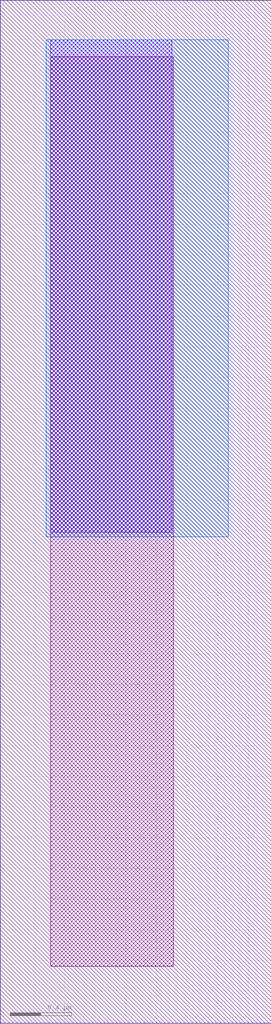
<source format=lef>
VERSION 5.7 ;
  NOWIREEXTENSIONATPIN ON ;
  DIVIDERCHAR "/" ;
  BUSBITCHARS "[]" ;
UNITS
  DATABASE MICRONS 200 ;
END UNITS

LAYER via2
  TYPE CUT ;
END via2

LAYER via
  TYPE CUT ;
END via

LAYER nwell
  TYPE MASTERSLICE ;
END nwell

LAYER via3
  TYPE CUT ;
END via3

LAYER pwell
  TYPE MASTERSLICE ;
END pwell

LAYER via4
  TYPE CUT ;
END via4

LAYER mcon
  TYPE CUT ;
END mcon

LAYER met6
  TYPE ROUTING ;
  WIDTH 0.030000 ;
  SPACING 0.040000 ;
  DIRECTION HORIZONTAL ;
END met6

LAYER met1
  TYPE ROUTING ;
  WIDTH 0.140000 ;
  SPACING 0.140000 ;
  DIRECTION HORIZONTAL ;
END met1

LAYER met3
  TYPE ROUTING ;
  WIDTH 0.300000 ;
  SPACING 0.300000 ;
  DIRECTION HORIZONTAL ;
END met3

LAYER met2
  TYPE ROUTING ;
  WIDTH 0.140000 ;
  SPACING 0.140000 ;
  DIRECTION HORIZONTAL ;
END met2

LAYER met4
  TYPE ROUTING ;
  WIDTH 0.300000 ;
  SPACING 0.300000 ;
  DIRECTION HORIZONTAL ;
END met4

LAYER met5
  TYPE ROUTING ;
  WIDTH 1.600000 ;
  SPACING 1.600000 ;
  DIRECTION HORIZONTAL ;
END met5

LAYER li1
  TYPE ROUTING ;
  WIDTH 0.170000 ;
  SPACING 0.170000 ;
  DIRECTION HORIZONTAL ;
END li1

MACRO sky130_hilas_all
  CLASS BLOCK ;
  FOREIGN sky130_hilas_all ;
  ORIGIN 6.020 4.410 ;
  SIZE 1.770 BY 6.670 ;
  OBS
      LAYER li1 ;
        RECT -5.690 -4.040 -4.890 1.890 ;
      LAYER met1 ;
        RECT -5.690 -1.210 -4.900 2.000 ;
      LAYER met2 ;
        RECT -5.720 -1.240 -4.530 2.000 ;
  END
END sky130_hilas_all
END LIBRARY


</source>
